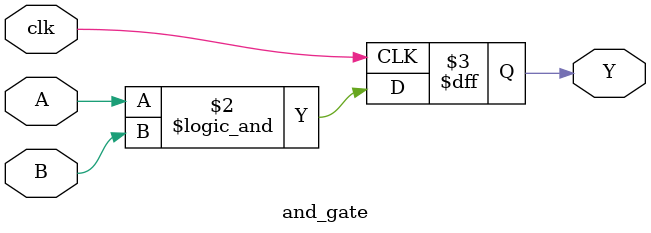
<source format=v>
module and_gate (clk, A, B, Y);

input A, B;
input clk;
output reg Y;

always @(posedge clk) begin
    Y <= A && B;
end

endmodule

</source>
